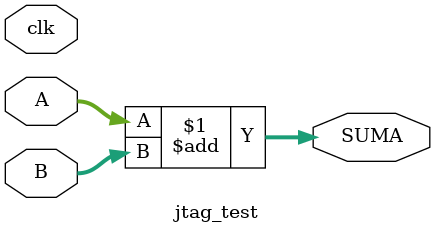
<source format=sv>
module jtag_test (
	 input logic clk,
    input logic [1:0] A,
    input logic [1:0] B,
    output logic [2:0] SUMA
);
    assign SUMA = A + B;
endmodule

</source>
